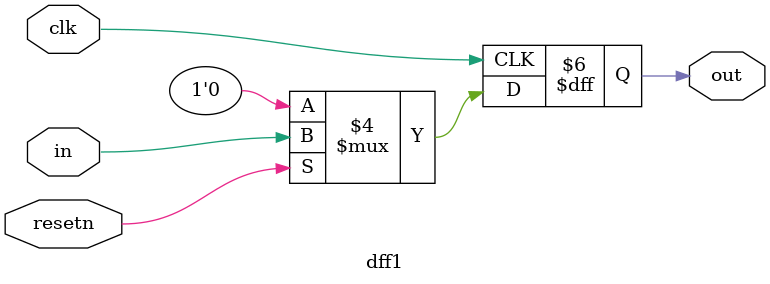
<source format=v>
module top_module (
    input clk,
    input resetn,   // synchronous reset
    input in,
    output out
);
    
    reg [2:0] Q = 3'b0;

    dff1 d1 (.clk(clk), .resetn(resetn), .in(in), .out(Q[0]));
    dff1 d2 (.clk(clk), .resetn(resetn), .in(Q[0]), .out(Q[1]));
    dff1 d3 (.clk(clk), .resetn(resetn), .in(Q[1]), .out(Q[2]));
    dff1 d4 (.clk(clk), .resetn(resetn), .in(Q[2]), .out(out));
endmodule

module dff1 (
    input clk,
    input resetn,   // synchronous reset
    input in,
    output out
);

    always @(posedge clk) begin
        if (!resetn) out <= 1'b0;
        else out <= in;
    end
endmodule

</source>
